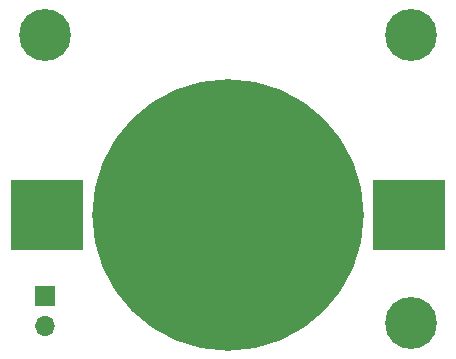
<source format=gbs>
%TF.GenerationSoftware,KiCad,Pcbnew,(6.0.1)*%
%TF.CreationDate,2022-03-11T00:24:32+11:00*%
%TF.ProjectId,BLE_beacon,424c455f-6265-4616-936f-6e2e6b696361,rev?*%
%TF.SameCoordinates,PX7e67600PY5e0b320*%
%TF.FileFunction,Soldermask,Bot*%
%TF.FilePolarity,Negative*%
%FSLAX46Y46*%
G04 Gerber Fmt 4.6, Leading zero omitted, Abs format (unit mm)*
G04 Created by KiCad (PCBNEW (6.0.1)) date 2022-03-11 00:24:32*
%MOMM*%
%LPD*%
G01*
G04 APERTURE LIST*
%ADD10R,1.700000X1.700000*%
%ADD11O,1.700000X1.700000*%
%ADD12C,0.700000*%
%ADD13C,4.400000*%
%ADD14R,6.200000X6.000000*%
%ADD15C,23.000000*%
G04 APERTURE END LIST*
D10*
%TO.C,J2*%
X3625000Y5882000D03*
D11*
X3625000Y3342000D03*
%TD*%
D12*
%TO.C,REF\u002A\u002A*%
X36238000Y28000000D03*
X33421274Y29166726D03*
X34588000Y26350000D03*
X35754726Y26833274D03*
X35754726Y29166726D03*
X32938000Y28000000D03*
X34588000Y29650000D03*
D13*
X34588000Y28000000D03*
D12*
X33421274Y26833274D03*
%TD*%
%TO.C,REF\u002A\u002A*%
X5250000Y28000000D03*
X2433274Y26833274D03*
X3600000Y26350000D03*
X2433274Y29166726D03*
D13*
X3600000Y28000000D03*
D12*
X3600000Y29650000D03*
X1950000Y28000000D03*
X4766726Y29166726D03*
X4766726Y26833274D03*
%TD*%
%TO.C,REF\u002A\u002A*%
X33421274Y4782726D03*
X36238000Y3616000D03*
X35754726Y4782726D03*
X34588000Y1966000D03*
X33421274Y2449274D03*
X35754726Y2449274D03*
X34588000Y5266000D03*
X32938000Y3616000D03*
D13*
X34588000Y3616000D03*
%TD*%
D14*
%TO.C,BT1*%
X3794000Y12760000D03*
X34394000Y12760000D03*
D15*
X19094000Y12760000D03*
%TD*%
M02*

</source>
